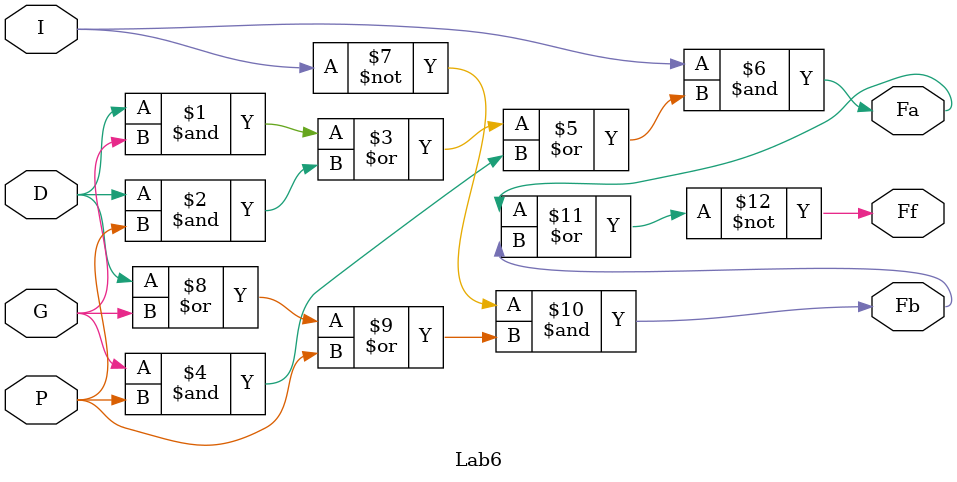
<source format=v>
module Lab6(I,D,G,P,Fa,Fb,Ff);
	input I, D, G, P /* synthesis loc="2,3,4,5" */;
	output Fa /* synthesis loc="14" */;
	output Fb /* synthesis loc="16" */;
	output Ff /* synthesis loc="18" */;
	
	assign Fa = I & (D & G | D & P | G & P);
	assign Fb = (~I) & (D | G | P);
	assign Ff = ~(Fa | Fb);

endmodule


</source>
